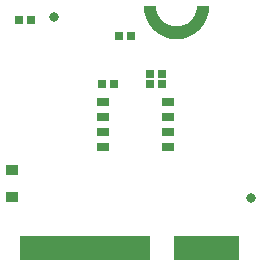
<source format=gbs>
G04 EAGLE Gerber RS-274X export*
G75*
%MOMM*%
%FSLAX34Y34*%
%LPD*%
%INSoldermask Bottom*%
%IPPOS*%
%AMOC8*
5,1,8,0,0,1.08239X$1,22.5*%
G01*
%ADD10R,0.803200X0.803200*%
%ADD11C,0.838200*%
%ADD12R,0.553200X2.153200*%
%ADD13C,0.555600*%
%ADD14R,1.053200X0.703200*%
%ADD15R,1.033200X0.833200*%

G36*
X154421Y192531D02*
X154421Y192531D01*
X154431Y192535D01*
X154457Y192536D01*
X158291Y193370D01*
X158299Y193375D01*
X158325Y193380D01*
X162001Y194752D01*
X162009Y194757D01*
X162033Y194766D01*
X165477Y196647D01*
X165484Y196654D01*
X165507Y196666D01*
X168648Y199017D01*
X168654Y199025D01*
X168675Y199041D01*
X171449Y201815D01*
X171454Y201824D01*
X171473Y201842D01*
X173824Y204983D01*
X173827Y204992D01*
X173843Y205013D01*
X175724Y208457D01*
X175726Y208466D01*
X175738Y208489D01*
X177110Y212165D01*
X177110Y212175D01*
X177120Y212199D01*
X177954Y216033D01*
X177953Y216043D01*
X177959Y216069D01*
X178239Y219982D01*
X178233Y220008D01*
X178237Y220033D01*
X178219Y220075D01*
X178209Y220119D01*
X178191Y220137D01*
X178180Y220161D01*
X178142Y220186D01*
X178111Y220218D01*
X178085Y220224D01*
X178064Y220238D01*
X177990Y220249D01*
X167990Y220249D01*
X167983Y220247D01*
X167976Y220249D01*
X167917Y220228D01*
X167856Y220210D01*
X167851Y220205D01*
X167844Y220202D01*
X167806Y220152D01*
X167764Y220105D01*
X167763Y220098D01*
X167758Y220092D01*
X167742Y220020D01*
X167528Y217302D01*
X166896Y214669D01*
X165860Y212169D01*
X164446Y209861D01*
X162688Y207802D01*
X160629Y206044D01*
X158321Y204630D01*
X155821Y203594D01*
X153188Y202962D01*
X150490Y202750D01*
X147792Y202962D01*
X145159Y203594D01*
X142659Y204630D01*
X140351Y206044D01*
X138292Y207802D01*
X138239Y207865D01*
X137813Y208364D01*
X137600Y208613D01*
X137387Y208862D01*
X137174Y209112D01*
X136749Y209610D01*
X136748Y209610D01*
X136536Y209859D01*
X136534Y209861D01*
X135120Y212169D01*
X134084Y214669D01*
X133452Y217302D01*
X133238Y220020D01*
X133236Y220026D01*
X133237Y220033D01*
X133211Y220091D01*
X133189Y220150D01*
X133183Y220155D01*
X133180Y220161D01*
X133127Y220196D01*
X133077Y220234D01*
X133070Y220234D01*
X133064Y220238D01*
X132990Y220249D01*
X122990Y220249D01*
X122965Y220242D01*
X122939Y220244D01*
X122899Y220223D01*
X122856Y220210D01*
X122839Y220190D01*
X122816Y220178D01*
X122794Y220139D01*
X122764Y220105D01*
X122760Y220079D01*
X122747Y220056D01*
X122741Y219982D01*
X123021Y216069D01*
X123025Y216059D01*
X123026Y216033D01*
X123860Y212199D01*
X123865Y212191D01*
X123870Y212165D01*
X125242Y208489D01*
X125247Y208481D01*
X125256Y208457D01*
X127137Y205013D01*
X127144Y205006D01*
X127156Y204983D01*
X129507Y201842D01*
X129515Y201836D01*
X129531Y201815D01*
X132305Y199041D01*
X132314Y199036D01*
X132332Y199017D01*
X135473Y196666D01*
X135482Y196663D01*
X135503Y196647D01*
X138947Y194766D01*
X138956Y194764D01*
X138979Y194752D01*
X142655Y193380D01*
X142665Y193380D01*
X142689Y193370D01*
X146523Y192536D01*
X146533Y192537D01*
X146559Y192531D01*
X150472Y192251D01*
X150482Y192253D01*
X150508Y192251D01*
X154421Y192531D01*
G37*
D10*
X138350Y162910D03*
X128350Y162910D03*
D11*
X46482Y210820D03*
X213106Y57150D03*
D10*
X27098Y208280D03*
X17098Y208280D03*
D12*
X200490Y15250D03*
X195490Y15250D03*
X190490Y15250D03*
X185490Y15250D03*
X180490Y15250D03*
X175490Y15250D03*
X170490Y15250D03*
X165490Y15250D03*
X160490Y15250D03*
X155490Y15250D03*
X150490Y15250D03*
X125490Y15250D03*
X120490Y15250D03*
X115490Y15250D03*
X110490Y15250D03*
X105490Y15250D03*
X100490Y15250D03*
X95490Y15250D03*
X90490Y15250D03*
X85490Y15250D03*
X80490Y15250D03*
X75490Y15250D03*
X70490Y15250D03*
X65490Y15250D03*
X60490Y15250D03*
X55490Y15250D03*
X50490Y15250D03*
X45490Y15250D03*
X40490Y15250D03*
X35490Y15250D03*
X30490Y15250D03*
X25490Y15250D03*
X20490Y15250D03*
D13*
X129490Y210000D03*
X171490Y210000D03*
X150490Y197000D03*
D14*
X143320Y138430D03*
X143320Y125730D03*
X143320Y113030D03*
X143320Y100330D03*
X87820Y113030D03*
X87820Y100330D03*
X87820Y125730D03*
X87820Y138430D03*
D10*
X101640Y194310D03*
X111640Y194310D03*
X87710Y153670D03*
X97710Y153670D03*
X138350Y153670D03*
X128350Y153670D03*
D15*
X11430Y81000D03*
X11430Y58000D03*
M02*

</source>
